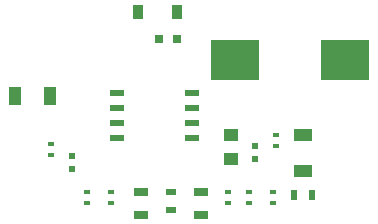
<source format=gtp>
G04 #@! TF.FileFunction,Paste,Top*
%FSLAX46Y46*%
G04 Gerber Fmt 4.6, Leading zero omitted, Abs format (unit mm)*
G04 Created by KiCad (PCBNEW 4.0.2-stable) date Thursday, June 23, 2016 'PMt' 10:58:24 PM*
%MOMM*%
G01*
G04 APERTURE LIST*
%ADD10C,0.100000*%
%ADD11R,0.600000X0.400000*%
%ADD12R,1.143000X0.508000*%
%ADD13R,4.089400X3.505200*%
%ADD14R,1.000000X1.600000*%
%ADD15R,0.800000X0.750000*%
%ADD16R,0.500000X0.600000*%
%ADD17R,1.250000X1.000000*%
%ADD18R,1.600000X1.000000*%
%ADD19R,0.910000X1.220000*%
%ADD20R,1.300000X0.700000*%
%ADD21R,0.900000X0.500000*%
%ADD22R,0.500000X0.900000*%
G04 APERTURE END LIST*
D10*
D11*
X80518000Y-50938000D03*
X80518000Y-50038000D03*
D12*
X87376000Y-41656000D03*
X87376000Y-42926000D03*
X87376000Y-44196000D03*
X87376000Y-45466000D03*
X81026000Y-45466000D03*
X81026000Y-44196000D03*
X81026000Y-42926000D03*
X81026000Y-41656000D03*
D13*
X91059000Y-38862000D03*
X100330000Y-38862000D03*
D14*
X75390000Y-41910000D03*
X72390000Y-41910000D03*
D15*
X86106000Y-37084000D03*
X84606000Y-37084000D03*
D16*
X77216000Y-46990000D03*
X77216000Y-48090000D03*
X92710000Y-47244000D03*
X92710000Y-46144000D03*
D17*
X90678000Y-47244000D03*
X90678000Y-45244000D03*
D18*
X96774000Y-48212000D03*
X96774000Y-45212000D03*
D19*
X86106000Y-34798000D03*
X82836000Y-34798000D03*
D11*
X78486000Y-50938000D03*
X78486000Y-50038000D03*
D20*
X83058000Y-51938000D03*
X83058000Y-50038000D03*
D21*
X85598000Y-51538000D03*
X85598000Y-50038000D03*
D20*
X88138000Y-51938000D03*
X88138000Y-50038000D03*
D11*
X90424000Y-50938000D03*
X90424000Y-50038000D03*
X92202000Y-50938000D03*
X92202000Y-50038000D03*
X94234000Y-50938000D03*
X94234000Y-50038000D03*
X94488000Y-45212000D03*
X94488000Y-46112000D03*
D22*
X97536000Y-50292000D03*
X96036000Y-50292000D03*
D11*
X75438000Y-45974000D03*
X75438000Y-46874000D03*
M02*

</source>
